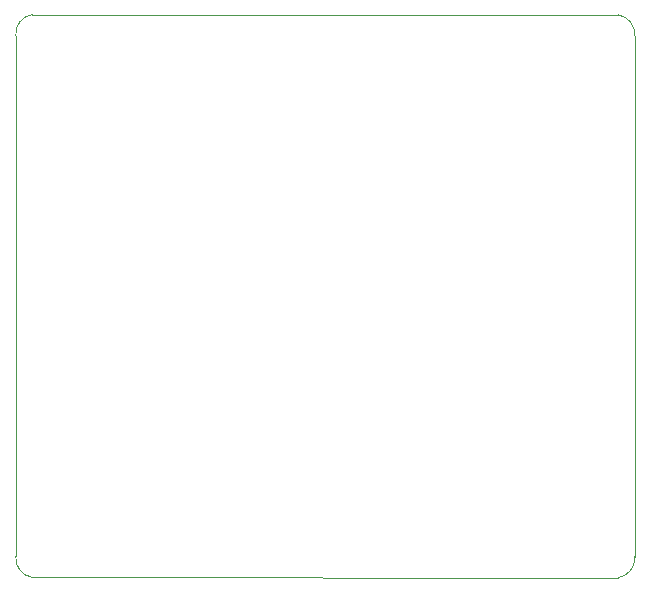
<source format=gbr>
%TF.GenerationSoftware,KiCad,Pcbnew,8.0.2*%
%TF.CreationDate,2025-05-18T09:32:28+07:00*%
%TF.ProjectId,hokushime-db9-to-rs232,686f6b75-7368-4696-9d65-2d6462392d74,rev?*%
%TF.SameCoordinates,Original*%
%TF.FileFunction,Profile,NP*%
%FSLAX46Y46*%
G04 Gerber Fmt 4.6, Leading zero omitted, Abs format (unit mm)*
G04 Created by KiCad (PCBNEW 8.0.2) date 2025-05-18 09:32:28*
%MOMM*%
%LPD*%
G01*
G04 APERTURE LIST*
%TA.AperFunction,Profile*%
%ADD10C,0.050000*%
%TD*%
G04 APERTURE END LIST*
D10*
X127350000Y-119200000D02*
X127350000Y-75098673D01*
X128758504Y-73324021D02*
X178340691Y-73344475D01*
X128758505Y-120974652D02*
X178340690Y-120995106D01*
X127350000Y-75098673D02*
G75*
G02*
X128758495Y-73323958I1635500J148273D01*
G01*
X178340691Y-73344475D02*
G75*
G02*
X179749185Y-75119126I-226991J-1626425D01*
G01*
X179749195Y-119220454D02*
G75*
G02*
X178340694Y-120995136I-1635495J-148246D01*
G01*
X128758505Y-120974652D02*
G75*
G02*
X127349985Y-119199999I226995J1626452D01*
G01*
X179749195Y-119220454D02*
X179749195Y-75119127D01*
M02*

</source>
